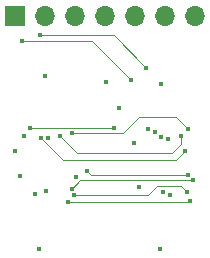
<source format=gbr>
%TF.GenerationSoftware,KiCad,Pcbnew,(6.0.0)*%
%TF.CreationDate,2022-04-20T12:25:39-04:00*%
%TF.ProjectId,7_seg,375f7365-672e-46b6-9963-61645f706362,rev?*%
%TF.SameCoordinates,Original*%
%TF.FileFunction,Copper,L3,Inr*%
%TF.FilePolarity,Positive*%
%FSLAX46Y46*%
G04 Gerber Fmt 4.6, Leading zero omitted, Abs format (unit mm)*
G04 Created by KiCad (PCBNEW (6.0.0)) date 2022-04-20 12:25:39*
%MOMM*%
%LPD*%
G01*
G04 APERTURE LIST*
%TA.AperFunction,ComponentPad*%
%ADD10O,1.700000X1.700000*%
%TD*%
%TA.AperFunction,ComponentPad*%
%ADD11R,1.700000X1.700000*%
%TD*%
%TA.AperFunction,ViaPad*%
%ADD12C,0.400000*%
%TD*%
%TA.AperFunction,Conductor*%
%ADD13C,0.100000*%
%TD*%
G04 APERTURE END LIST*
D10*
%TO.N,GND*%
%TO.C,J1*%
X130810000Y-74930000D03*
%TO.N,VCC*%
X128270000Y-74930000D03*
%TO.N,SEG_IN2*%
X125730000Y-74930000D03*
%TO.N,SEG_IN1*%
X123190000Y-74930000D03*
%TO.N,SEG_IN0*%
X120650000Y-74930000D03*
%TO.N,SEG_IN1_ENABLE*%
X118110000Y-74930000D03*
D11*
%TO.N,SEG_IN2_ENABLE*%
X115570000Y-74930000D03*
%TD*%
D12*
%TO.N,SEG_IN2*%
X120548400Y-90119200D03*
%TO.N,GND*%
X128676400Y-90119200D03*
X126085600Y-89408000D03*
X118211600Y-89763600D03*
X115976400Y-88442800D03*
%TO.N,SEG_E*%
X123958900Y-84378800D03*
%TO.N,SEG_D*%
X129989502Y-86360000D03*
%TO.N,SEG_IN0*%
X130200400Y-88392000D03*
%TO.N,SEG_IN1*%
X130606800Y-88849200D03*
%TO.N,SEG_F*%
X126695200Y-79316400D03*
X117710500Y-76555600D03*
%TO.N,SEG_G*%
X125374400Y-80365600D03*
X116128800Y-77063600D03*
%TO.N,SEG_IN2*%
X130149600Y-89865200D03*
%TO.N,SEG_IN1*%
X120396000Y-89560400D03*
X123291600Y-80518000D03*
%TO.N,SEG_IN0*%
X120700800Y-88544400D03*
X124358400Y-82753200D03*
X121666000Y-88087200D03*
%TO.N,SEG_IN1_ENABLE*%
X128117600Y-89865200D03*
%TO.N,SEG_IN2_ENABLE*%
X117259500Y-89966800D03*
%TO.N,SEG_B*%
X130251200Y-84531200D03*
%TO.N,SEG_A*%
X129590800Y-85090000D03*
%TO.N,Net-(DS2-Pad8)*%
X127965200Y-80721200D03*
%TO.N,SEG_F*%
X126796800Y-84480400D03*
%TO.N,SEG_G*%
X125679200Y-85699600D03*
%TO.N,SEG_DP*%
X130352800Y-90627200D03*
%TO.N,SEG_C*%
X128524000Y-85344000D03*
%TO.N,Net-(DS2-Pad3)*%
X127863600Y-94640400D03*
%TO.N,SEG_D*%
X127965200Y-85191600D03*
%TO.N,SEG_E*%
X127457200Y-84785200D03*
%TO.N,SEG_DP*%
X120040400Y-90678000D03*
%TO.N,SEG_C*%
X118364000Y-85242400D03*
%TO.N,Net-(DS1-Pad3)*%
X117602000Y-94691200D03*
%TO.N,SEG_D*%
X117759500Y-85242400D03*
%TO.N,SEG_E*%
X116840000Y-84379502D03*
%TO.N,SEG_B*%
X120396000Y-84836000D03*
%TO.N,SEG_A*%
X119380000Y-85090000D03*
%TO.N,Net-(DS1-Pad8)*%
X118110000Y-80010000D03*
%TO.N,SEG_G*%
X115570000Y-86360000D03*
%TO.N,SEG_F*%
X116332000Y-85090000D03*
%TD*%
D13*
%TO.N,SEG_IN2*%
X127609600Y-89357200D02*
X129641600Y-89357200D01*
X126847600Y-90119200D02*
X127609600Y-89357200D01*
X120548400Y-90119200D02*
X126847600Y-90119200D01*
X129641600Y-89357200D02*
X130149600Y-89865200D01*
%TO.N,SEG_E*%
X123958198Y-84379502D02*
X123958900Y-84378800D01*
X116840000Y-84379502D02*
X123958198Y-84379502D01*
%TO.N,SEG_D*%
X129227502Y-87122000D02*
X129989502Y-86360000D01*
X128930400Y-87122000D02*
X129227502Y-87122000D01*
X119639100Y-87122000D02*
X128930400Y-87122000D01*
X117759500Y-85242400D02*
X119639100Y-87122000D01*
%TO.N,SEG_IN0*%
X130200400Y-88392000D02*
X121970800Y-88392000D01*
X121970800Y-88392000D02*
X121666000Y-88087200D01*
%TO.N,SEG_IN1*%
X121107200Y-88849200D02*
X130606800Y-88849200D01*
X120396000Y-89560400D02*
X121107200Y-88849200D01*
%TO.N,SEG_DP*%
X130302000Y-90678000D02*
X130352800Y-90627200D01*
X120040400Y-90678000D02*
X130302000Y-90678000D01*
%TO.N,SEG_B*%
X129235200Y-83515200D02*
X130251200Y-84531200D01*
X126034800Y-83515200D02*
X129235200Y-83515200D01*
X124714000Y-84836000D02*
X126034800Y-83515200D01*
X120396000Y-84836000D02*
X124714000Y-84836000D01*
%TO.N,SEG_A*%
X129590800Y-85801200D02*
X129590800Y-85090000D01*
X120853200Y-86563200D02*
X128828800Y-86563200D01*
X119380000Y-85090000D02*
X120853200Y-86563200D01*
X128828800Y-86563200D02*
X129590800Y-85801200D01*
%TO.N,SEG_F*%
X123934400Y-76555600D02*
X126695200Y-79316400D01*
X117710500Y-76555600D02*
X123934400Y-76555600D01*
%TO.N,SEG_G*%
X122072400Y-77063600D02*
X125374400Y-80365600D01*
X116128800Y-77063600D02*
X122072400Y-77063600D01*
%TD*%
M02*

</source>
